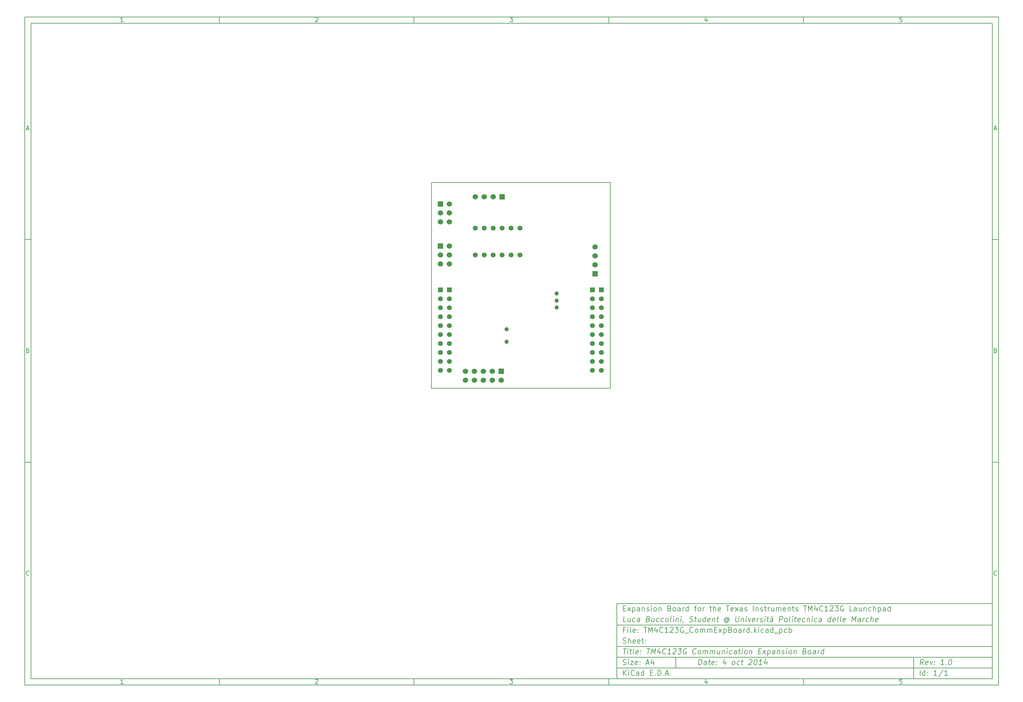
<source format=gbs>
G04 (created by PCBNEW (2013-07-07 BZR 4022)-stable) date 10/4/2014 18:50:34*
%MOIN*%
G04 Gerber Fmt 3.4, Leading zero omitted, Abs format*
%FSLAX34Y34*%
G01*
G70*
G90*
G04 APERTURE LIST*
%ADD10C,0.00590551*%
%ADD11C,0.00629921*%
%ADD12R,0.06X0.06*%
%ADD13C,0.06*%
%ADD14R,0.055X0.055*%
%ADD15C,0.055*%
%ADD16C,0.0472441*%
%ADD17C,0.0551181*%
G04 APERTURE END LIST*
G54D10*
X4000Y-4000D02*
X112930Y-4000D01*
X112930Y-78680D01*
X4000Y-78680D01*
X4000Y-4000D01*
X4700Y-4700D02*
X112230Y-4700D01*
X112230Y-77980D01*
X4700Y-77980D01*
X4700Y-4700D01*
X25780Y-4000D02*
X25780Y-4700D01*
X15032Y-4552D02*
X14747Y-4552D01*
X14890Y-4552D02*
X14890Y-4052D01*
X14842Y-4123D01*
X14794Y-4171D01*
X14747Y-4195D01*
X25780Y-78680D02*
X25780Y-77980D01*
X15032Y-78532D02*
X14747Y-78532D01*
X14890Y-78532D02*
X14890Y-78032D01*
X14842Y-78103D01*
X14794Y-78151D01*
X14747Y-78175D01*
X47560Y-4000D02*
X47560Y-4700D01*
X36527Y-4100D02*
X36550Y-4076D01*
X36598Y-4052D01*
X36717Y-4052D01*
X36765Y-4076D01*
X36789Y-4100D01*
X36812Y-4147D01*
X36812Y-4195D01*
X36789Y-4266D01*
X36503Y-4552D01*
X36812Y-4552D01*
X47560Y-78680D02*
X47560Y-77980D01*
X36527Y-78080D02*
X36550Y-78056D01*
X36598Y-78032D01*
X36717Y-78032D01*
X36765Y-78056D01*
X36789Y-78080D01*
X36812Y-78127D01*
X36812Y-78175D01*
X36789Y-78246D01*
X36503Y-78532D01*
X36812Y-78532D01*
X69340Y-4000D02*
X69340Y-4700D01*
X58283Y-4052D02*
X58592Y-4052D01*
X58426Y-4242D01*
X58497Y-4242D01*
X58545Y-4266D01*
X58569Y-4290D01*
X58592Y-4338D01*
X58592Y-4457D01*
X58569Y-4504D01*
X58545Y-4528D01*
X58497Y-4552D01*
X58354Y-4552D01*
X58307Y-4528D01*
X58283Y-4504D01*
X69340Y-78680D02*
X69340Y-77980D01*
X58283Y-78032D02*
X58592Y-78032D01*
X58426Y-78222D01*
X58497Y-78222D01*
X58545Y-78246D01*
X58569Y-78270D01*
X58592Y-78318D01*
X58592Y-78437D01*
X58569Y-78484D01*
X58545Y-78508D01*
X58497Y-78532D01*
X58354Y-78532D01*
X58307Y-78508D01*
X58283Y-78484D01*
X91120Y-4000D02*
X91120Y-4700D01*
X80325Y-4219D02*
X80325Y-4552D01*
X80206Y-4028D02*
X80087Y-4385D01*
X80396Y-4385D01*
X91120Y-78680D02*
X91120Y-77980D01*
X80325Y-78199D02*
X80325Y-78532D01*
X80206Y-78008D02*
X80087Y-78365D01*
X80396Y-78365D01*
X102129Y-4052D02*
X101890Y-4052D01*
X101867Y-4290D01*
X101890Y-4266D01*
X101938Y-4242D01*
X102057Y-4242D01*
X102105Y-4266D01*
X102129Y-4290D01*
X102152Y-4338D01*
X102152Y-4457D01*
X102129Y-4504D01*
X102105Y-4528D01*
X102057Y-4552D01*
X101938Y-4552D01*
X101890Y-4528D01*
X101867Y-4504D01*
X102129Y-78032D02*
X101890Y-78032D01*
X101867Y-78270D01*
X101890Y-78246D01*
X101938Y-78222D01*
X102057Y-78222D01*
X102105Y-78246D01*
X102129Y-78270D01*
X102152Y-78318D01*
X102152Y-78437D01*
X102129Y-78484D01*
X102105Y-78508D01*
X102057Y-78532D01*
X101938Y-78532D01*
X101890Y-78508D01*
X101867Y-78484D01*
X4000Y-28890D02*
X4700Y-28890D01*
X4230Y-16509D02*
X4469Y-16509D01*
X4183Y-16652D02*
X4350Y-16152D01*
X4516Y-16652D01*
X112930Y-28890D02*
X112230Y-28890D01*
X112460Y-16509D02*
X112699Y-16509D01*
X112413Y-16652D02*
X112580Y-16152D01*
X112746Y-16652D01*
X4000Y-53780D02*
X4700Y-53780D01*
X4385Y-41280D02*
X4457Y-41304D01*
X4480Y-41328D01*
X4504Y-41375D01*
X4504Y-41447D01*
X4480Y-41494D01*
X4457Y-41518D01*
X4409Y-41542D01*
X4219Y-41542D01*
X4219Y-41042D01*
X4385Y-41042D01*
X4433Y-41066D01*
X4457Y-41090D01*
X4480Y-41137D01*
X4480Y-41185D01*
X4457Y-41232D01*
X4433Y-41256D01*
X4385Y-41280D01*
X4219Y-41280D01*
X112930Y-53780D02*
X112230Y-53780D01*
X112615Y-41280D02*
X112687Y-41304D01*
X112710Y-41328D01*
X112734Y-41375D01*
X112734Y-41447D01*
X112710Y-41494D01*
X112687Y-41518D01*
X112639Y-41542D01*
X112449Y-41542D01*
X112449Y-41042D01*
X112615Y-41042D01*
X112663Y-41066D01*
X112687Y-41090D01*
X112710Y-41137D01*
X112710Y-41185D01*
X112687Y-41232D01*
X112663Y-41256D01*
X112615Y-41280D01*
X112449Y-41280D01*
X4504Y-66384D02*
X4480Y-66408D01*
X4409Y-66432D01*
X4361Y-66432D01*
X4290Y-66408D01*
X4242Y-66360D01*
X4219Y-66313D01*
X4195Y-66218D01*
X4195Y-66146D01*
X4219Y-66051D01*
X4242Y-66003D01*
X4290Y-65956D01*
X4361Y-65932D01*
X4409Y-65932D01*
X4480Y-65956D01*
X4504Y-65980D01*
X112734Y-66384D02*
X112710Y-66408D01*
X112639Y-66432D01*
X112591Y-66432D01*
X112520Y-66408D01*
X112472Y-66360D01*
X112449Y-66313D01*
X112425Y-66218D01*
X112425Y-66146D01*
X112449Y-66051D01*
X112472Y-66003D01*
X112520Y-65956D01*
X112591Y-65932D01*
X112639Y-65932D01*
X112710Y-65956D01*
X112734Y-65980D01*
X79380Y-76422D02*
X79455Y-75822D01*
X79597Y-75822D01*
X79680Y-75851D01*
X79730Y-75908D01*
X79751Y-75965D01*
X79765Y-76080D01*
X79755Y-76165D01*
X79712Y-76280D01*
X79676Y-76337D01*
X79612Y-76394D01*
X79522Y-76422D01*
X79380Y-76422D01*
X80237Y-76422D02*
X80276Y-76108D01*
X80255Y-76051D01*
X80201Y-76022D01*
X80087Y-76022D01*
X80026Y-76051D01*
X80240Y-76394D02*
X80180Y-76422D01*
X80037Y-76422D01*
X79983Y-76394D01*
X79962Y-76337D01*
X79969Y-76280D01*
X80005Y-76222D01*
X80065Y-76194D01*
X80208Y-76194D01*
X80269Y-76165D01*
X80487Y-76022D02*
X80715Y-76022D01*
X80597Y-75822D02*
X80533Y-76337D01*
X80555Y-76394D01*
X80608Y-76422D01*
X80665Y-76422D01*
X81097Y-76394D02*
X81037Y-76422D01*
X80922Y-76422D01*
X80869Y-76394D01*
X80847Y-76337D01*
X80876Y-76108D01*
X80912Y-76051D01*
X80972Y-76022D01*
X81087Y-76022D01*
X81140Y-76051D01*
X81162Y-76108D01*
X81155Y-76165D01*
X80862Y-76222D01*
X81387Y-76365D02*
X81412Y-76394D01*
X81380Y-76422D01*
X81355Y-76394D01*
X81387Y-76365D01*
X81380Y-76422D01*
X81426Y-76051D02*
X81451Y-76080D01*
X81419Y-76108D01*
X81394Y-76080D01*
X81426Y-76051D01*
X81419Y-76108D01*
X82430Y-76022D02*
X82380Y-76422D01*
X82315Y-75794D02*
X82119Y-76222D01*
X82490Y-76222D01*
X83237Y-76422D02*
X83183Y-76394D01*
X83158Y-76365D01*
X83137Y-76308D01*
X83158Y-76137D01*
X83194Y-76080D01*
X83226Y-76051D01*
X83287Y-76022D01*
X83372Y-76022D01*
X83426Y-76051D01*
X83451Y-76080D01*
X83472Y-76137D01*
X83451Y-76308D01*
X83415Y-76365D01*
X83383Y-76394D01*
X83322Y-76422D01*
X83237Y-76422D01*
X83955Y-76394D02*
X83894Y-76422D01*
X83780Y-76422D01*
X83726Y-76394D01*
X83701Y-76365D01*
X83680Y-76308D01*
X83701Y-76137D01*
X83737Y-76080D01*
X83769Y-76051D01*
X83830Y-76022D01*
X83944Y-76022D01*
X83997Y-76051D01*
X84172Y-76022D02*
X84401Y-76022D01*
X84283Y-75822D02*
X84219Y-76337D01*
X84240Y-76394D01*
X84294Y-76422D01*
X84351Y-76422D01*
X85047Y-75880D02*
X85080Y-75851D01*
X85140Y-75822D01*
X85283Y-75822D01*
X85337Y-75851D01*
X85362Y-75880D01*
X85383Y-75937D01*
X85376Y-75994D01*
X85337Y-76080D01*
X84951Y-76422D01*
X85322Y-76422D01*
X85769Y-75822D02*
X85826Y-75822D01*
X85880Y-75851D01*
X85905Y-75880D01*
X85926Y-75937D01*
X85940Y-76051D01*
X85922Y-76194D01*
X85880Y-76308D01*
X85844Y-76365D01*
X85812Y-76394D01*
X85751Y-76422D01*
X85694Y-76422D01*
X85640Y-76394D01*
X85615Y-76365D01*
X85594Y-76308D01*
X85580Y-76194D01*
X85597Y-76051D01*
X85640Y-75937D01*
X85676Y-75880D01*
X85708Y-75851D01*
X85769Y-75822D01*
X86465Y-76422D02*
X86122Y-76422D01*
X86294Y-76422D02*
X86369Y-75822D01*
X86301Y-75908D01*
X86237Y-75965D01*
X86176Y-75994D01*
X87030Y-76022D02*
X86980Y-76422D01*
X86915Y-75794D02*
X86719Y-76222D01*
X87090Y-76222D01*
X70972Y-77622D02*
X70972Y-77022D01*
X71315Y-77622D02*
X71058Y-77280D01*
X71315Y-77022D02*
X70972Y-77365D01*
X71572Y-77622D02*
X71572Y-77222D01*
X71572Y-77022D02*
X71544Y-77051D01*
X71572Y-77080D01*
X71601Y-77051D01*
X71572Y-77022D01*
X71572Y-77080D01*
X72201Y-77565D02*
X72172Y-77594D01*
X72087Y-77622D01*
X72030Y-77622D01*
X71944Y-77594D01*
X71887Y-77537D01*
X71858Y-77480D01*
X71830Y-77365D01*
X71830Y-77280D01*
X71858Y-77165D01*
X71887Y-77108D01*
X71944Y-77051D01*
X72030Y-77022D01*
X72087Y-77022D01*
X72172Y-77051D01*
X72201Y-77080D01*
X72715Y-77622D02*
X72715Y-77308D01*
X72687Y-77251D01*
X72630Y-77222D01*
X72515Y-77222D01*
X72458Y-77251D01*
X72715Y-77594D02*
X72658Y-77622D01*
X72515Y-77622D01*
X72458Y-77594D01*
X72430Y-77537D01*
X72430Y-77480D01*
X72458Y-77422D01*
X72515Y-77394D01*
X72658Y-77394D01*
X72715Y-77365D01*
X73258Y-77622D02*
X73258Y-77022D01*
X73258Y-77594D02*
X73201Y-77622D01*
X73087Y-77622D01*
X73030Y-77594D01*
X73001Y-77565D01*
X72972Y-77508D01*
X72972Y-77337D01*
X73001Y-77280D01*
X73030Y-77251D01*
X73087Y-77222D01*
X73201Y-77222D01*
X73258Y-77251D01*
X74001Y-77308D02*
X74201Y-77308D01*
X74287Y-77622D02*
X74001Y-77622D01*
X74001Y-77022D01*
X74287Y-77022D01*
X74544Y-77565D02*
X74572Y-77594D01*
X74544Y-77622D01*
X74515Y-77594D01*
X74544Y-77565D01*
X74544Y-77622D01*
X74829Y-77622D02*
X74829Y-77022D01*
X74972Y-77022D01*
X75058Y-77051D01*
X75115Y-77108D01*
X75144Y-77165D01*
X75172Y-77280D01*
X75172Y-77365D01*
X75144Y-77480D01*
X75115Y-77537D01*
X75058Y-77594D01*
X74972Y-77622D01*
X74829Y-77622D01*
X75429Y-77565D02*
X75458Y-77594D01*
X75429Y-77622D01*
X75401Y-77594D01*
X75429Y-77565D01*
X75429Y-77622D01*
X75687Y-77451D02*
X75972Y-77451D01*
X75629Y-77622D02*
X75829Y-77022D01*
X76029Y-77622D01*
X76229Y-77565D02*
X76258Y-77594D01*
X76229Y-77622D01*
X76201Y-77594D01*
X76229Y-77565D01*
X76229Y-77622D01*
X104522Y-76422D02*
X104358Y-76137D01*
X104180Y-76422D02*
X104255Y-75822D01*
X104483Y-75822D01*
X104537Y-75851D01*
X104562Y-75880D01*
X104583Y-75937D01*
X104572Y-76022D01*
X104537Y-76080D01*
X104505Y-76108D01*
X104444Y-76137D01*
X104215Y-76137D01*
X105012Y-76394D02*
X104951Y-76422D01*
X104837Y-76422D01*
X104783Y-76394D01*
X104762Y-76337D01*
X104790Y-76108D01*
X104826Y-76051D01*
X104887Y-76022D01*
X105001Y-76022D01*
X105055Y-76051D01*
X105076Y-76108D01*
X105069Y-76165D01*
X104776Y-76222D01*
X105287Y-76022D02*
X105380Y-76422D01*
X105572Y-76022D01*
X105758Y-76365D02*
X105783Y-76394D01*
X105751Y-76422D01*
X105726Y-76394D01*
X105758Y-76365D01*
X105751Y-76422D01*
X105797Y-76051D02*
X105822Y-76080D01*
X105790Y-76108D01*
X105765Y-76080D01*
X105797Y-76051D01*
X105790Y-76108D01*
X106808Y-76422D02*
X106465Y-76422D01*
X106637Y-76422D02*
X106712Y-75822D01*
X106644Y-75908D01*
X106580Y-75965D01*
X106519Y-75994D01*
X107072Y-76365D02*
X107097Y-76394D01*
X107065Y-76422D01*
X107040Y-76394D01*
X107072Y-76365D01*
X107065Y-76422D01*
X107540Y-75822D02*
X107597Y-75822D01*
X107651Y-75851D01*
X107676Y-75880D01*
X107697Y-75937D01*
X107712Y-76051D01*
X107694Y-76194D01*
X107651Y-76308D01*
X107615Y-76365D01*
X107583Y-76394D01*
X107522Y-76422D01*
X107465Y-76422D01*
X107412Y-76394D01*
X107387Y-76365D01*
X107365Y-76308D01*
X107351Y-76194D01*
X107369Y-76051D01*
X107412Y-75937D01*
X107447Y-75880D01*
X107480Y-75851D01*
X107540Y-75822D01*
X70944Y-76394D02*
X71030Y-76422D01*
X71172Y-76422D01*
X71230Y-76394D01*
X71258Y-76365D01*
X71287Y-76308D01*
X71287Y-76251D01*
X71258Y-76194D01*
X71230Y-76165D01*
X71172Y-76137D01*
X71058Y-76108D01*
X71001Y-76080D01*
X70972Y-76051D01*
X70944Y-75994D01*
X70944Y-75937D01*
X70972Y-75880D01*
X71001Y-75851D01*
X71058Y-75822D01*
X71201Y-75822D01*
X71287Y-75851D01*
X71544Y-76422D02*
X71544Y-76022D01*
X71544Y-75822D02*
X71515Y-75851D01*
X71544Y-75880D01*
X71572Y-75851D01*
X71544Y-75822D01*
X71544Y-75880D01*
X71772Y-76022D02*
X72087Y-76022D01*
X71772Y-76422D01*
X72087Y-76422D01*
X72544Y-76394D02*
X72487Y-76422D01*
X72372Y-76422D01*
X72315Y-76394D01*
X72287Y-76337D01*
X72287Y-76108D01*
X72315Y-76051D01*
X72372Y-76022D01*
X72487Y-76022D01*
X72544Y-76051D01*
X72572Y-76108D01*
X72572Y-76165D01*
X72287Y-76222D01*
X72830Y-76365D02*
X72858Y-76394D01*
X72830Y-76422D01*
X72801Y-76394D01*
X72830Y-76365D01*
X72830Y-76422D01*
X72830Y-76051D02*
X72858Y-76080D01*
X72830Y-76108D01*
X72801Y-76080D01*
X72830Y-76051D01*
X72830Y-76108D01*
X73544Y-76251D02*
X73830Y-76251D01*
X73487Y-76422D02*
X73687Y-75822D01*
X73887Y-76422D01*
X74344Y-76022D02*
X74344Y-76422D01*
X74201Y-75794D02*
X74058Y-76222D01*
X74430Y-76222D01*
X104172Y-77622D02*
X104172Y-77022D01*
X104715Y-77622D02*
X104715Y-77022D01*
X104715Y-77594D02*
X104658Y-77622D01*
X104544Y-77622D01*
X104487Y-77594D01*
X104458Y-77565D01*
X104430Y-77508D01*
X104430Y-77337D01*
X104458Y-77280D01*
X104487Y-77251D01*
X104544Y-77222D01*
X104658Y-77222D01*
X104715Y-77251D01*
X105001Y-77565D02*
X105030Y-77594D01*
X105001Y-77622D01*
X104972Y-77594D01*
X105001Y-77565D01*
X105001Y-77622D01*
X105001Y-77251D02*
X105030Y-77280D01*
X105001Y-77308D01*
X104972Y-77280D01*
X105001Y-77251D01*
X105001Y-77308D01*
X106058Y-77622D02*
X105715Y-77622D01*
X105887Y-77622D02*
X105887Y-77022D01*
X105829Y-77108D01*
X105772Y-77165D01*
X105715Y-77194D01*
X106744Y-76994D02*
X106230Y-77765D01*
X107258Y-77622D02*
X106915Y-77622D01*
X107087Y-77622D02*
X107087Y-77022D01*
X107029Y-77108D01*
X106972Y-77165D01*
X106915Y-77194D01*
X70969Y-74622D02*
X71312Y-74622D01*
X71065Y-75222D02*
X71140Y-74622D01*
X71437Y-75222D02*
X71487Y-74822D01*
X71512Y-74622D02*
X71480Y-74651D01*
X71505Y-74680D01*
X71537Y-74651D01*
X71512Y-74622D01*
X71505Y-74680D01*
X71687Y-74822D02*
X71915Y-74822D01*
X71797Y-74622D02*
X71733Y-75137D01*
X71755Y-75194D01*
X71808Y-75222D01*
X71865Y-75222D01*
X72151Y-75222D02*
X72097Y-75194D01*
X72076Y-75137D01*
X72140Y-74622D01*
X72612Y-75194D02*
X72551Y-75222D01*
X72437Y-75222D01*
X72383Y-75194D01*
X72362Y-75137D01*
X72390Y-74908D01*
X72426Y-74851D01*
X72487Y-74822D01*
X72601Y-74822D01*
X72655Y-74851D01*
X72676Y-74908D01*
X72669Y-74965D01*
X72376Y-75022D01*
X72901Y-75165D02*
X72926Y-75194D01*
X72894Y-75222D01*
X72869Y-75194D01*
X72901Y-75165D01*
X72894Y-75222D01*
X72940Y-74851D02*
X72965Y-74880D01*
X72933Y-74908D01*
X72908Y-74880D01*
X72940Y-74851D01*
X72933Y-74908D01*
X73626Y-74622D02*
X73969Y-74622D01*
X73722Y-75222D02*
X73797Y-74622D01*
X74094Y-75222D02*
X74169Y-74622D01*
X74315Y-75051D01*
X74569Y-74622D01*
X74494Y-75222D01*
X75087Y-74822D02*
X75037Y-75222D01*
X74972Y-74594D02*
X74776Y-75022D01*
X75147Y-75022D01*
X75701Y-75165D02*
X75669Y-75194D01*
X75580Y-75222D01*
X75522Y-75222D01*
X75440Y-75194D01*
X75390Y-75137D01*
X75369Y-75080D01*
X75355Y-74965D01*
X75365Y-74880D01*
X75408Y-74765D01*
X75444Y-74708D01*
X75508Y-74651D01*
X75597Y-74622D01*
X75655Y-74622D01*
X75737Y-74651D01*
X75762Y-74680D01*
X76265Y-75222D02*
X75922Y-75222D01*
X76094Y-75222D02*
X76169Y-74622D01*
X76101Y-74708D01*
X76037Y-74765D01*
X75976Y-74794D01*
X76562Y-74680D02*
X76594Y-74651D01*
X76655Y-74622D01*
X76797Y-74622D01*
X76851Y-74651D01*
X76876Y-74680D01*
X76897Y-74737D01*
X76890Y-74794D01*
X76851Y-74880D01*
X76465Y-75222D01*
X76837Y-75222D01*
X77112Y-74622D02*
X77483Y-74622D01*
X77255Y-74851D01*
X77340Y-74851D01*
X77394Y-74880D01*
X77419Y-74908D01*
X77440Y-74965D01*
X77422Y-75108D01*
X77387Y-75165D01*
X77355Y-75194D01*
X77294Y-75222D01*
X77122Y-75222D01*
X77069Y-75194D01*
X77044Y-75165D01*
X78051Y-74651D02*
X77997Y-74622D01*
X77912Y-74622D01*
X77822Y-74651D01*
X77758Y-74708D01*
X77722Y-74765D01*
X77680Y-74880D01*
X77669Y-74965D01*
X77683Y-75080D01*
X77705Y-75137D01*
X77755Y-75194D01*
X77837Y-75222D01*
X77894Y-75222D01*
X77983Y-75194D01*
X78015Y-75165D01*
X78040Y-74965D01*
X77926Y-74965D01*
X79072Y-75165D02*
X79040Y-75194D01*
X78951Y-75222D01*
X78894Y-75222D01*
X78812Y-75194D01*
X78762Y-75137D01*
X78740Y-75080D01*
X78726Y-74965D01*
X78737Y-74880D01*
X78780Y-74765D01*
X78815Y-74708D01*
X78880Y-74651D01*
X78969Y-74622D01*
X79026Y-74622D01*
X79108Y-74651D01*
X79133Y-74680D01*
X79408Y-75222D02*
X79355Y-75194D01*
X79330Y-75165D01*
X79308Y-75108D01*
X79330Y-74937D01*
X79365Y-74880D01*
X79397Y-74851D01*
X79458Y-74822D01*
X79544Y-74822D01*
X79597Y-74851D01*
X79622Y-74880D01*
X79644Y-74937D01*
X79622Y-75108D01*
X79587Y-75165D01*
X79555Y-75194D01*
X79494Y-75222D01*
X79408Y-75222D01*
X79865Y-75222D02*
X79915Y-74822D01*
X79908Y-74880D02*
X79940Y-74851D01*
X80001Y-74822D01*
X80087Y-74822D01*
X80140Y-74851D01*
X80162Y-74908D01*
X80122Y-75222D01*
X80162Y-74908D02*
X80197Y-74851D01*
X80258Y-74822D01*
X80344Y-74822D01*
X80397Y-74851D01*
X80419Y-74908D01*
X80380Y-75222D01*
X80665Y-75222D02*
X80715Y-74822D01*
X80708Y-74880D02*
X80740Y-74851D01*
X80801Y-74822D01*
X80887Y-74822D01*
X80940Y-74851D01*
X80962Y-74908D01*
X80922Y-75222D01*
X80962Y-74908D02*
X80997Y-74851D01*
X81058Y-74822D01*
X81144Y-74822D01*
X81197Y-74851D01*
X81219Y-74908D01*
X81180Y-75222D01*
X81772Y-74822D02*
X81722Y-75222D01*
X81515Y-74822D02*
X81476Y-75137D01*
X81497Y-75194D01*
X81551Y-75222D01*
X81637Y-75222D01*
X81697Y-75194D01*
X81730Y-75165D01*
X82058Y-74822D02*
X82008Y-75222D01*
X82051Y-74880D02*
X82083Y-74851D01*
X82144Y-74822D01*
X82230Y-74822D01*
X82283Y-74851D01*
X82305Y-74908D01*
X82265Y-75222D01*
X82551Y-75222D02*
X82601Y-74822D01*
X82626Y-74622D02*
X82594Y-74651D01*
X82619Y-74680D01*
X82651Y-74651D01*
X82626Y-74622D01*
X82619Y-74680D01*
X83097Y-75194D02*
X83037Y-75222D01*
X82922Y-75222D01*
X82869Y-75194D01*
X82844Y-75165D01*
X82822Y-75108D01*
X82844Y-74937D01*
X82880Y-74880D01*
X82912Y-74851D01*
X82972Y-74822D01*
X83087Y-74822D01*
X83140Y-74851D01*
X83608Y-75222D02*
X83647Y-74908D01*
X83626Y-74851D01*
X83572Y-74822D01*
X83458Y-74822D01*
X83397Y-74851D01*
X83612Y-75194D02*
X83551Y-75222D01*
X83408Y-75222D01*
X83355Y-75194D01*
X83333Y-75137D01*
X83340Y-75080D01*
X83376Y-75022D01*
X83437Y-74994D01*
X83580Y-74994D01*
X83640Y-74965D01*
X83858Y-74822D02*
X84087Y-74822D01*
X83969Y-74622D02*
X83905Y-75137D01*
X83926Y-75194D01*
X83980Y-75222D01*
X84037Y-75222D01*
X84237Y-75222D02*
X84287Y-74822D01*
X84312Y-74622D02*
X84280Y-74651D01*
X84305Y-74680D01*
X84337Y-74651D01*
X84312Y-74622D01*
X84305Y-74680D01*
X84608Y-75222D02*
X84555Y-75194D01*
X84530Y-75165D01*
X84508Y-75108D01*
X84530Y-74937D01*
X84565Y-74880D01*
X84597Y-74851D01*
X84658Y-74822D01*
X84744Y-74822D01*
X84797Y-74851D01*
X84822Y-74880D01*
X84844Y-74937D01*
X84822Y-75108D01*
X84787Y-75165D01*
X84755Y-75194D01*
X84694Y-75222D01*
X84608Y-75222D01*
X85115Y-74822D02*
X85065Y-75222D01*
X85108Y-74880D02*
X85140Y-74851D01*
X85201Y-74822D01*
X85287Y-74822D01*
X85340Y-74851D01*
X85362Y-74908D01*
X85322Y-75222D01*
X86105Y-74908D02*
X86305Y-74908D01*
X86351Y-75222D02*
X86065Y-75222D01*
X86140Y-74622D01*
X86426Y-74622D01*
X86551Y-75222D02*
X86915Y-74822D01*
X86601Y-74822D02*
X86865Y-75222D01*
X87144Y-74822D02*
X87069Y-75422D01*
X87140Y-74851D02*
X87201Y-74822D01*
X87315Y-74822D01*
X87369Y-74851D01*
X87394Y-74880D01*
X87415Y-74937D01*
X87394Y-75108D01*
X87358Y-75165D01*
X87326Y-75194D01*
X87265Y-75222D01*
X87151Y-75222D01*
X87097Y-75194D01*
X87894Y-75222D02*
X87933Y-74908D01*
X87912Y-74851D01*
X87858Y-74822D01*
X87744Y-74822D01*
X87683Y-74851D01*
X87897Y-75194D02*
X87837Y-75222D01*
X87694Y-75222D01*
X87640Y-75194D01*
X87619Y-75137D01*
X87626Y-75080D01*
X87662Y-75022D01*
X87722Y-74994D01*
X87865Y-74994D01*
X87926Y-74965D01*
X88230Y-74822D02*
X88180Y-75222D01*
X88222Y-74880D02*
X88255Y-74851D01*
X88315Y-74822D01*
X88401Y-74822D01*
X88455Y-74851D01*
X88476Y-74908D01*
X88437Y-75222D01*
X88697Y-75194D02*
X88751Y-75222D01*
X88865Y-75222D01*
X88926Y-75194D01*
X88962Y-75137D01*
X88965Y-75108D01*
X88944Y-75051D01*
X88890Y-75022D01*
X88805Y-75022D01*
X88751Y-74994D01*
X88730Y-74937D01*
X88733Y-74908D01*
X88769Y-74851D01*
X88830Y-74822D01*
X88915Y-74822D01*
X88969Y-74851D01*
X89208Y-75222D02*
X89258Y-74822D01*
X89283Y-74622D02*
X89251Y-74651D01*
X89276Y-74680D01*
X89308Y-74651D01*
X89283Y-74622D01*
X89276Y-74680D01*
X89579Y-75222D02*
X89526Y-75194D01*
X89501Y-75165D01*
X89480Y-75108D01*
X89501Y-74937D01*
X89537Y-74880D01*
X89569Y-74851D01*
X89629Y-74822D01*
X89715Y-74822D01*
X89769Y-74851D01*
X89794Y-74880D01*
X89815Y-74937D01*
X89794Y-75108D01*
X89758Y-75165D01*
X89726Y-75194D01*
X89665Y-75222D01*
X89579Y-75222D01*
X90087Y-74822D02*
X90037Y-75222D01*
X90079Y-74880D02*
X90112Y-74851D01*
X90172Y-74822D01*
X90258Y-74822D01*
X90312Y-74851D01*
X90333Y-74908D01*
X90294Y-75222D01*
X91276Y-74908D02*
X91358Y-74937D01*
X91383Y-74965D01*
X91404Y-75022D01*
X91394Y-75108D01*
X91358Y-75165D01*
X91326Y-75194D01*
X91265Y-75222D01*
X91037Y-75222D01*
X91112Y-74622D01*
X91312Y-74622D01*
X91365Y-74651D01*
X91390Y-74680D01*
X91412Y-74737D01*
X91404Y-74794D01*
X91369Y-74851D01*
X91337Y-74880D01*
X91276Y-74908D01*
X91076Y-74908D01*
X91722Y-75222D02*
X91669Y-75194D01*
X91644Y-75165D01*
X91622Y-75108D01*
X91644Y-74937D01*
X91679Y-74880D01*
X91712Y-74851D01*
X91772Y-74822D01*
X91858Y-74822D01*
X91912Y-74851D01*
X91937Y-74880D01*
X91958Y-74937D01*
X91937Y-75108D01*
X91901Y-75165D01*
X91869Y-75194D01*
X91808Y-75222D01*
X91722Y-75222D01*
X92437Y-75222D02*
X92476Y-74908D01*
X92454Y-74851D01*
X92401Y-74822D01*
X92287Y-74822D01*
X92226Y-74851D01*
X92440Y-75194D02*
X92379Y-75222D01*
X92237Y-75222D01*
X92183Y-75194D01*
X92162Y-75137D01*
X92169Y-75080D01*
X92204Y-75022D01*
X92265Y-74994D01*
X92408Y-74994D01*
X92469Y-74965D01*
X92722Y-75222D02*
X92772Y-74822D01*
X92758Y-74937D02*
X92794Y-74880D01*
X92826Y-74851D01*
X92887Y-74822D01*
X92944Y-74822D01*
X93351Y-75222D02*
X93426Y-74622D01*
X93354Y-75194D02*
X93294Y-75222D01*
X93179Y-75222D01*
X93126Y-75194D01*
X93101Y-75165D01*
X93080Y-75108D01*
X93101Y-74937D01*
X93137Y-74880D01*
X93169Y-74851D01*
X93229Y-74822D01*
X93344Y-74822D01*
X93397Y-74851D01*
X71172Y-72508D02*
X70972Y-72508D01*
X70972Y-72822D02*
X70972Y-72222D01*
X71258Y-72222D01*
X71487Y-72822D02*
X71487Y-72422D01*
X71487Y-72222D02*
X71458Y-72251D01*
X71487Y-72280D01*
X71515Y-72251D01*
X71487Y-72222D01*
X71487Y-72280D01*
X71858Y-72822D02*
X71801Y-72794D01*
X71772Y-72737D01*
X71772Y-72222D01*
X72315Y-72794D02*
X72258Y-72822D01*
X72144Y-72822D01*
X72087Y-72794D01*
X72058Y-72737D01*
X72058Y-72508D01*
X72087Y-72451D01*
X72144Y-72422D01*
X72258Y-72422D01*
X72315Y-72451D01*
X72344Y-72508D01*
X72344Y-72565D01*
X72058Y-72622D01*
X72601Y-72765D02*
X72630Y-72794D01*
X72601Y-72822D01*
X72572Y-72794D01*
X72601Y-72765D01*
X72601Y-72822D01*
X72601Y-72451D02*
X72630Y-72480D01*
X72601Y-72508D01*
X72572Y-72480D01*
X72601Y-72451D01*
X72601Y-72508D01*
X73258Y-72222D02*
X73601Y-72222D01*
X73430Y-72822D02*
X73430Y-72222D01*
X73801Y-72822D02*
X73801Y-72222D01*
X74001Y-72651D01*
X74201Y-72222D01*
X74201Y-72822D01*
X74744Y-72422D02*
X74744Y-72822D01*
X74601Y-72194D02*
X74458Y-72622D01*
X74830Y-72622D01*
X75401Y-72765D02*
X75372Y-72794D01*
X75287Y-72822D01*
X75230Y-72822D01*
X75144Y-72794D01*
X75087Y-72737D01*
X75058Y-72680D01*
X75030Y-72565D01*
X75030Y-72480D01*
X75058Y-72365D01*
X75087Y-72308D01*
X75144Y-72251D01*
X75230Y-72222D01*
X75287Y-72222D01*
X75372Y-72251D01*
X75401Y-72280D01*
X75972Y-72822D02*
X75630Y-72822D01*
X75801Y-72822D02*
X75801Y-72222D01*
X75744Y-72308D01*
X75687Y-72365D01*
X75630Y-72394D01*
X76201Y-72280D02*
X76230Y-72251D01*
X76287Y-72222D01*
X76430Y-72222D01*
X76487Y-72251D01*
X76515Y-72280D01*
X76544Y-72337D01*
X76544Y-72394D01*
X76515Y-72480D01*
X76172Y-72822D01*
X76544Y-72822D01*
X76744Y-72222D02*
X77115Y-72222D01*
X76915Y-72451D01*
X77001Y-72451D01*
X77058Y-72480D01*
X77087Y-72508D01*
X77115Y-72565D01*
X77115Y-72708D01*
X77087Y-72765D01*
X77058Y-72794D01*
X77001Y-72822D01*
X76830Y-72822D01*
X76772Y-72794D01*
X76744Y-72765D01*
X77687Y-72251D02*
X77630Y-72222D01*
X77544Y-72222D01*
X77458Y-72251D01*
X77401Y-72308D01*
X77372Y-72365D01*
X77344Y-72480D01*
X77344Y-72565D01*
X77372Y-72680D01*
X77401Y-72737D01*
X77458Y-72794D01*
X77544Y-72822D01*
X77601Y-72822D01*
X77687Y-72794D01*
X77715Y-72765D01*
X77715Y-72565D01*
X77601Y-72565D01*
X77830Y-72880D02*
X78287Y-72880D01*
X78772Y-72765D02*
X78744Y-72794D01*
X78658Y-72822D01*
X78601Y-72822D01*
X78515Y-72794D01*
X78458Y-72737D01*
X78430Y-72680D01*
X78401Y-72565D01*
X78401Y-72480D01*
X78430Y-72365D01*
X78458Y-72308D01*
X78515Y-72251D01*
X78601Y-72222D01*
X78658Y-72222D01*
X78744Y-72251D01*
X78772Y-72280D01*
X79115Y-72822D02*
X79058Y-72794D01*
X79030Y-72765D01*
X79001Y-72708D01*
X79001Y-72537D01*
X79030Y-72480D01*
X79058Y-72451D01*
X79115Y-72422D01*
X79201Y-72422D01*
X79258Y-72451D01*
X79287Y-72480D01*
X79315Y-72537D01*
X79315Y-72708D01*
X79287Y-72765D01*
X79258Y-72794D01*
X79201Y-72822D01*
X79115Y-72822D01*
X79572Y-72822D02*
X79572Y-72422D01*
X79572Y-72480D02*
X79601Y-72451D01*
X79658Y-72422D01*
X79744Y-72422D01*
X79801Y-72451D01*
X79830Y-72508D01*
X79830Y-72822D01*
X79830Y-72508D02*
X79858Y-72451D01*
X79915Y-72422D01*
X80001Y-72422D01*
X80058Y-72451D01*
X80087Y-72508D01*
X80087Y-72822D01*
X80372Y-72822D02*
X80372Y-72422D01*
X80372Y-72480D02*
X80401Y-72451D01*
X80458Y-72422D01*
X80544Y-72422D01*
X80601Y-72451D01*
X80630Y-72508D01*
X80630Y-72822D01*
X80630Y-72508D02*
X80658Y-72451D01*
X80715Y-72422D01*
X80801Y-72422D01*
X80858Y-72451D01*
X80887Y-72508D01*
X80887Y-72822D01*
X81172Y-72508D02*
X81372Y-72508D01*
X81458Y-72822D02*
X81172Y-72822D01*
X81172Y-72222D01*
X81458Y-72222D01*
X81658Y-72822D02*
X81972Y-72422D01*
X81658Y-72422D02*
X81972Y-72822D01*
X82201Y-72422D02*
X82201Y-73022D01*
X82201Y-72451D02*
X82258Y-72422D01*
X82372Y-72422D01*
X82430Y-72451D01*
X82458Y-72480D01*
X82487Y-72537D01*
X82487Y-72708D01*
X82458Y-72765D01*
X82430Y-72794D01*
X82372Y-72822D01*
X82258Y-72822D01*
X82201Y-72794D01*
X82944Y-72508D02*
X83030Y-72537D01*
X83058Y-72565D01*
X83087Y-72622D01*
X83087Y-72708D01*
X83058Y-72765D01*
X83030Y-72794D01*
X82972Y-72822D01*
X82744Y-72822D01*
X82744Y-72222D01*
X82944Y-72222D01*
X83001Y-72251D01*
X83030Y-72280D01*
X83058Y-72337D01*
X83058Y-72394D01*
X83030Y-72451D01*
X83001Y-72480D01*
X82944Y-72508D01*
X82744Y-72508D01*
X83430Y-72822D02*
X83372Y-72794D01*
X83344Y-72765D01*
X83315Y-72708D01*
X83315Y-72537D01*
X83344Y-72480D01*
X83372Y-72451D01*
X83430Y-72422D01*
X83515Y-72422D01*
X83572Y-72451D01*
X83601Y-72480D01*
X83630Y-72537D01*
X83630Y-72708D01*
X83601Y-72765D01*
X83572Y-72794D01*
X83515Y-72822D01*
X83430Y-72822D01*
X84144Y-72822D02*
X84144Y-72508D01*
X84115Y-72451D01*
X84058Y-72422D01*
X83944Y-72422D01*
X83887Y-72451D01*
X84144Y-72794D02*
X84087Y-72822D01*
X83944Y-72822D01*
X83887Y-72794D01*
X83858Y-72737D01*
X83858Y-72680D01*
X83887Y-72622D01*
X83944Y-72594D01*
X84087Y-72594D01*
X84144Y-72565D01*
X84430Y-72822D02*
X84430Y-72422D01*
X84430Y-72537D02*
X84458Y-72480D01*
X84487Y-72451D01*
X84544Y-72422D01*
X84601Y-72422D01*
X85058Y-72822D02*
X85058Y-72222D01*
X85058Y-72794D02*
X85001Y-72822D01*
X84887Y-72822D01*
X84830Y-72794D01*
X84801Y-72765D01*
X84772Y-72708D01*
X84772Y-72537D01*
X84801Y-72480D01*
X84830Y-72451D01*
X84887Y-72422D01*
X85001Y-72422D01*
X85058Y-72451D01*
X85344Y-72765D02*
X85372Y-72794D01*
X85344Y-72822D01*
X85315Y-72794D01*
X85344Y-72765D01*
X85344Y-72822D01*
X85630Y-72822D02*
X85630Y-72222D01*
X85687Y-72594D02*
X85858Y-72822D01*
X85858Y-72422D02*
X85630Y-72651D01*
X86115Y-72822D02*
X86115Y-72422D01*
X86115Y-72222D02*
X86087Y-72251D01*
X86115Y-72280D01*
X86144Y-72251D01*
X86115Y-72222D01*
X86115Y-72280D01*
X86658Y-72794D02*
X86601Y-72822D01*
X86487Y-72822D01*
X86430Y-72794D01*
X86401Y-72765D01*
X86372Y-72708D01*
X86372Y-72537D01*
X86401Y-72480D01*
X86430Y-72451D01*
X86487Y-72422D01*
X86601Y-72422D01*
X86658Y-72451D01*
X87172Y-72822D02*
X87172Y-72508D01*
X87144Y-72451D01*
X87087Y-72422D01*
X86972Y-72422D01*
X86915Y-72451D01*
X87172Y-72794D02*
X87115Y-72822D01*
X86972Y-72822D01*
X86915Y-72794D01*
X86887Y-72737D01*
X86887Y-72680D01*
X86915Y-72622D01*
X86972Y-72594D01*
X87115Y-72594D01*
X87172Y-72565D01*
X87715Y-72822D02*
X87715Y-72222D01*
X87715Y-72794D02*
X87658Y-72822D01*
X87544Y-72822D01*
X87487Y-72794D01*
X87458Y-72765D01*
X87430Y-72708D01*
X87430Y-72537D01*
X87458Y-72480D01*
X87487Y-72451D01*
X87544Y-72422D01*
X87658Y-72422D01*
X87715Y-72451D01*
X87858Y-72880D02*
X88315Y-72880D01*
X88458Y-72422D02*
X88458Y-73022D01*
X88458Y-72451D02*
X88515Y-72422D01*
X88630Y-72422D01*
X88687Y-72451D01*
X88715Y-72480D01*
X88744Y-72537D01*
X88744Y-72708D01*
X88715Y-72765D01*
X88687Y-72794D01*
X88630Y-72822D01*
X88515Y-72822D01*
X88458Y-72794D01*
X89258Y-72794D02*
X89201Y-72822D01*
X89087Y-72822D01*
X89030Y-72794D01*
X89001Y-72765D01*
X88972Y-72708D01*
X88972Y-72537D01*
X89001Y-72480D01*
X89030Y-72451D01*
X89087Y-72422D01*
X89201Y-72422D01*
X89258Y-72451D01*
X89515Y-72822D02*
X89515Y-72222D01*
X89515Y-72451D02*
X89572Y-72422D01*
X89687Y-72422D01*
X89744Y-72451D01*
X89772Y-72480D01*
X89801Y-72537D01*
X89801Y-72708D01*
X89772Y-72765D01*
X89744Y-72794D01*
X89687Y-72822D01*
X89572Y-72822D01*
X89515Y-72794D01*
X70944Y-73994D02*
X71030Y-74022D01*
X71172Y-74022D01*
X71230Y-73994D01*
X71258Y-73965D01*
X71287Y-73908D01*
X71287Y-73851D01*
X71258Y-73794D01*
X71230Y-73765D01*
X71172Y-73737D01*
X71058Y-73708D01*
X71001Y-73680D01*
X70972Y-73651D01*
X70944Y-73594D01*
X70944Y-73537D01*
X70972Y-73480D01*
X71001Y-73451D01*
X71058Y-73422D01*
X71201Y-73422D01*
X71287Y-73451D01*
X71544Y-74022D02*
X71544Y-73422D01*
X71801Y-74022D02*
X71801Y-73708D01*
X71772Y-73651D01*
X71715Y-73622D01*
X71630Y-73622D01*
X71572Y-73651D01*
X71544Y-73680D01*
X72315Y-73994D02*
X72258Y-74022D01*
X72144Y-74022D01*
X72087Y-73994D01*
X72058Y-73937D01*
X72058Y-73708D01*
X72087Y-73651D01*
X72144Y-73622D01*
X72258Y-73622D01*
X72315Y-73651D01*
X72344Y-73708D01*
X72344Y-73765D01*
X72058Y-73822D01*
X72830Y-73994D02*
X72772Y-74022D01*
X72658Y-74022D01*
X72601Y-73994D01*
X72572Y-73937D01*
X72572Y-73708D01*
X72601Y-73651D01*
X72658Y-73622D01*
X72772Y-73622D01*
X72830Y-73651D01*
X72858Y-73708D01*
X72858Y-73765D01*
X72572Y-73822D01*
X73030Y-73622D02*
X73258Y-73622D01*
X73115Y-73422D02*
X73115Y-73937D01*
X73144Y-73994D01*
X73201Y-74022D01*
X73258Y-74022D01*
X73458Y-73965D02*
X73487Y-73994D01*
X73458Y-74022D01*
X73430Y-73994D01*
X73458Y-73965D01*
X73458Y-74022D01*
X73458Y-73651D02*
X73487Y-73680D01*
X73458Y-73708D01*
X73430Y-73680D01*
X73458Y-73651D01*
X73458Y-73708D01*
X71265Y-71622D02*
X70980Y-71622D01*
X71055Y-71022D01*
X71772Y-71222D02*
X71722Y-71622D01*
X71515Y-71222D02*
X71476Y-71537D01*
X71497Y-71594D01*
X71551Y-71622D01*
X71637Y-71622D01*
X71697Y-71594D01*
X71730Y-71565D01*
X72269Y-71594D02*
X72208Y-71622D01*
X72094Y-71622D01*
X72040Y-71594D01*
X72015Y-71565D01*
X71994Y-71508D01*
X72015Y-71337D01*
X72051Y-71280D01*
X72083Y-71251D01*
X72144Y-71222D01*
X72258Y-71222D01*
X72312Y-71251D01*
X72780Y-71622D02*
X72819Y-71308D01*
X72797Y-71251D01*
X72744Y-71222D01*
X72630Y-71222D01*
X72569Y-71251D01*
X72783Y-71594D02*
X72722Y-71622D01*
X72580Y-71622D01*
X72526Y-71594D01*
X72505Y-71537D01*
X72512Y-71480D01*
X72547Y-71422D01*
X72608Y-71394D01*
X72751Y-71394D01*
X72812Y-71365D01*
X73762Y-71308D02*
X73844Y-71337D01*
X73869Y-71365D01*
X73890Y-71422D01*
X73880Y-71508D01*
X73844Y-71565D01*
X73812Y-71594D01*
X73751Y-71622D01*
X73522Y-71622D01*
X73597Y-71022D01*
X73797Y-71022D01*
X73851Y-71051D01*
X73876Y-71080D01*
X73897Y-71137D01*
X73890Y-71194D01*
X73854Y-71251D01*
X73822Y-71280D01*
X73762Y-71308D01*
X73562Y-71308D01*
X74430Y-71222D02*
X74380Y-71622D01*
X74172Y-71222D02*
X74133Y-71537D01*
X74155Y-71594D01*
X74208Y-71622D01*
X74294Y-71622D01*
X74355Y-71594D01*
X74387Y-71565D01*
X74926Y-71594D02*
X74865Y-71622D01*
X74751Y-71622D01*
X74697Y-71594D01*
X74672Y-71565D01*
X74651Y-71508D01*
X74672Y-71337D01*
X74708Y-71280D01*
X74740Y-71251D01*
X74801Y-71222D01*
X74915Y-71222D01*
X74969Y-71251D01*
X75440Y-71594D02*
X75380Y-71622D01*
X75265Y-71622D01*
X75212Y-71594D01*
X75187Y-71565D01*
X75165Y-71508D01*
X75187Y-71337D01*
X75222Y-71280D01*
X75255Y-71251D01*
X75315Y-71222D01*
X75430Y-71222D01*
X75483Y-71251D01*
X75780Y-71622D02*
X75726Y-71594D01*
X75701Y-71565D01*
X75680Y-71508D01*
X75701Y-71337D01*
X75737Y-71280D01*
X75769Y-71251D01*
X75830Y-71222D01*
X75915Y-71222D01*
X75969Y-71251D01*
X75994Y-71280D01*
X76015Y-71337D01*
X75994Y-71508D01*
X75958Y-71565D01*
X75926Y-71594D01*
X75865Y-71622D01*
X75780Y-71622D01*
X76322Y-71622D02*
X76269Y-71594D01*
X76247Y-71537D01*
X76312Y-71022D01*
X76551Y-71622D02*
X76601Y-71222D01*
X76626Y-71022D02*
X76594Y-71051D01*
X76619Y-71080D01*
X76651Y-71051D01*
X76626Y-71022D01*
X76619Y-71080D01*
X76887Y-71222D02*
X76837Y-71622D01*
X76880Y-71280D02*
X76912Y-71251D01*
X76972Y-71222D01*
X77058Y-71222D01*
X77112Y-71251D01*
X77133Y-71308D01*
X77094Y-71622D01*
X77380Y-71622D02*
X77430Y-71222D01*
X77455Y-71022D02*
X77422Y-71051D01*
X77447Y-71080D01*
X77480Y-71051D01*
X77455Y-71022D01*
X77447Y-71080D01*
X77697Y-71594D02*
X77694Y-71622D01*
X77658Y-71680D01*
X77626Y-71708D01*
X78383Y-71594D02*
X78465Y-71622D01*
X78608Y-71622D01*
X78669Y-71594D01*
X78701Y-71565D01*
X78737Y-71508D01*
X78744Y-71451D01*
X78722Y-71394D01*
X78697Y-71365D01*
X78644Y-71337D01*
X78533Y-71308D01*
X78480Y-71280D01*
X78454Y-71251D01*
X78433Y-71194D01*
X78440Y-71137D01*
X78476Y-71080D01*
X78508Y-71051D01*
X78569Y-71022D01*
X78712Y-71022D01*
X78794Y-71051D01*
X78944Y-71222D02*
X79172Y-71222D01*
X79055Y-71022D02*
X78990Y-71537D01*
X79012Y-71594D01*
X79065Y-71622D01*
X79122Y-71622D01*
X79630Y-71222D02*
X79580Y-71622D01*
X79372Y-71222D02*
X79333Y-71537D01*
X79355Y-71594D01*
X79408Y-71622D01*
X79494Y-71622D01*
X79555Y-71594D01*
X79587Y-71565D01*
X80122Y-71622D02*
X80197Y-71022D01*
X80126Y-71594D02*
X80065Y-71622D01*
X79951Y-71622D01*
X79897Y-71594D01*
X79872Y-71565D01*
X79851Y-71508D01*
X79872Y-71337D01*
X79908Y-71280D01*
X79940Y-71251D01*
X80001Y-71222D01*
X80115Y-71222D01*
X80169Y-71251D01*
X80640Y-71594D02*
X80580Y-71622D01*
X80465Y-71622D01*
X80412Y-71594D01*
X80390Y-71537D01*
X80419Y-71308D01*
X80454Y-71251D01*
X80515Y-71222D01*
X80630Y-71222D01*
X80683Y-71251D01*
X80705Y-71308D01*
X80697Y-71365D01*
X80405Y-71422D01*
X80972Y-71222D02*
X80922Y-71622D01*
X80965Y-71280D02*
X80997Y-71251D01*
X81058Y-71222D01*
X81144Y-71222D01*
X81197Y-71251D01*
X81219Y-71308D01*
X81180Y-71622D01*
X81430Y-71222D02*
X81658Y-71222D01*
X81540Y-71022D02*
X81476Y-71537D01*
X81497Y-71594D01*
X81551Y-71622D01*
X81608Y-71622D01*
X82672Y-71337D02*
X82647Y-71308D01*
X82594Y-71280D01*
X82537Y-71280D01*
X82476Y-71308D01*
X82444Y-71337D01*
X82408Y-71394D01*
X82401Y-71451D01*
X82422Y-71508D01*
X82447Y-71537D01*
X82501Y-71565D01*
X82558Y-71565D01*
X82619Y-71537D01*
X82651Y-71508D01*
X82680Y-71280D02*
X82651Y-71508D01*
X82676Y-71537D01*
X82705Y-71537D01*
X82765Y-71508D01*
X82801Y-71451D01*
X82819Y-71308D01*
X82772Y-71222D01*
X82694Y-71165D01*
X82583Y-71137D01*
X82465Y-71165D01*
X82372Y-71222D01*
X82305Y-71308D01*
X82262Y-71422D01*
X82276Y-71537D01*
X82322Y-71622D01*
X82401Y-71680D01*
X82512Y-71708D01*
X82630Y-71680D01*
X82722Y-71622D01*
X83569Y-71022D02*
X83508Y-71508D01*
X83530Y-71565D01*
X83555Y-71594D01*
X83608Y-71622D01*
X83722Y-71622D01*
X83783Y-71594D01*
X83815Y-71565D01*
X83851Y-71508D01*
X83912Y-71022D01*
X84172Y-71222D02*
X84122Y-71622D01*
X84165Y-71280D02*
X84197Y-71251D01*
X84258Y-71222D01*
X84344Y-71222D01*
X84397Y-71251D01*
X84419Y-71308D01*
X84380Y-71622D01*
X84665Y-71622D02*
X84715Y-71222D01*
X84740Y-71022D02*
X84708Y-71051D01*
X84733Y-71080D01*
X84765Y-71051D01*
X84740Y-71022D01*
X84733Y-71080D01*
X84944Y-71222D02*
X85037Y-71622D01*
X85230Y-71222D01*
X85640Y-71594D02*
X85580Y-71622D01*
X85465Y-71622D01*
X85412Y-71594D01*
X85390Y-71537D01*
X85419Y-71308D01*
X85454Y-71251D01*
X85515Y-71222D01*
X85630Y-71222D01*
X85683Y-71251D01*
X85705Y-71308D01*
X85697Y-71365D01*
X85405Y-71422D01*
X85922Y-71622D02*
X85972Y-71222D01*
X85958Y-71337D02*
X85994Y-71280D01*
X86026Y-71251D01*
X86087Y-71222D01*
X86144Y-71222D01*
X86269Y-71594D02*
X86322Y-71622D01*
X86437Y-71622D01*
X86497Y-71594D01*
X86533Y-71537D01*
X86537Y-71508D01*
X86515Y-71451D01*
X86462Y-71422D01*
X86376Y-71422D01*
X86322Y-71394D01*
X86301Y-71337D01*
X86305Y-71308D01*
X86340Y-71251D01*
X86401Y-71222D01*
X86487Y-71222D01*
X86540Y-71251D01*
X86780Y-71622D02*
X86830Y-71222D01*
X86855Y-71022D02*
X86822Y-71051D01*
X86847Y-71080D01*
X86880Y-71051D01*
X86855Y-71022D01*
X86847Y-71080D01*
X87030Y-71222D02*
X87258Y-71222D01*
X87140Y-71022D02*
X87076Y-71537D01*
X87097Y-71594D01*
X87151Y-71622D01*
X87208Y-71622D01*
X87665Y-71622D02*
X87705Y-71308D01*
X87683Y-71251D01*
X87630Y-71222D01*
X87515Y-71222D01*
X87454Y-71251D01*
X87669Y-71594D02*
X87608Y-71622D01*
X87465Y-71622D01*
X87412Y-71594D01*
X87390Y-71537D01*
X87397Y-71480D01*
X87433Y-71422D01*
X87494Y-71394D01*
X87637Y-71394D01*
X87697Y-71365D01*
X87544Y-70994D02*
X87619Y-71080D01*
X88408Y-71622D02*
X88483Y-71022D01*
X88712Y-71022D01*
X88765Y-71051D01*
X88790Y-71080D01*
X88812Y-71137D01*
X88801Y-71222D01*
X88765Y-71280D01*
X88733Y-71308D01*
X88672Y-71337D01*
X88444Y-71337D01*
X89094Y-71622D02*
X89040Y-71594D01*
X89015Y-71565D01*
X88994Y-71508D01*
X89015Y-71337D01*
X89051Y-71280D01*
X89083Y-71251D01*
X89144Y-71222D01*
X89230Y-71222D01*
X89283Y-71251D01*
X89308Y-71280D01*
X89329Y-71337D01*
X89308Y-71508D01*
X89272Y-71565D01*
X89240Y-71594D01*
X89180Y-71622D01*
X89094Y-71622D01*
X89637Y-71622D02*
X89583Y-71594D01*
X89562Y-71537D01*
X89626Y-71022D01*
X89865Y-71622D02*
X89915Y-71222D01*
X89940Y-71022D02*
X89908Y-71051D01*
X89933Y-71080D01*
X89965Y-71051D01*
X89940Y-71022D01*
X89933Y-71080D01*
X90115Y-71222D02*
X90344Y-71222D01*
X90226Y-71022D02*
X90162Y-71537D01*
X90183Y-71594D01*
X90237Y-71622D01*
X90294Y-71622D01*
X90726Y-71594D02*
X90665Y-71622D01*
X90551Y-71622D01*
X90497Y-71594D01*
X90476Y-71537D01*
X90505Y-71308D01*
X90540Y-71251D01*
X90601Y-71222D01*
X90715Y-71222D01*
X90769Y-71251D01*
X90790Y-71308D01*
X90783Y-71365D01*
X90490Y-71422D01*
X91269Y-71594D02*
X91208Y-71622D01*
X91094Y-71622D01*
X91040Y-71594D01*
X91015Y-71565D01*
X90994Y-71508D01*
X91015Y-71337D01*
X91051Y-71280D01*
X91083Y-71251D01*
X91144Y-71222D01*
X91258Y-71222D01*
X91312Y-71251D01*
X91572Y-71222D02*
X91522Y-71622D01*
X91565Y-71280D02*
X91597Y-71251D01*
X91658Y-71222D01*
X91744Y-71222D01*
X91797Y-71251D01*
X91819Y-71308D01*
X91780Y-71622D01*
X92065Y-71622D02*
X92115Y-71222D01*
X92140Y-71022D02*
X92108Y-71051D01*
X92133Y-71080D01*
X92165Y-71051D01*
X92140Y-71022D01*
X92133Y-71080D01*
X92612Y-71594D02*
X92551Y-71622D01*
X92437Y-71622D01*
X92383Y-71594D01*
X92358Y-71565D01*
X92337Y-71508D01*
X92358Y-71337D01*
X92394Y-71280D01*
X92426Y-71251D01*
X92487Y-71222D01*
X92601Y-71222D01*
X92654Y-71251D01*
X93122Y-71622D02*
X93162Y-71308D01*
X93140Y-71251D01*
X93087Y-71222D01*
X92972Y-71222D01*
X92912Y-71251D01*
X93126Y-71594D02*
X93065Y-71622D01*
X92922Y-71622D01*
X92869Y-71594D01*
X92847Y-71537D01*
X92855Y-71480D01*
X92890Y-71422D01*
X92951Y-71394D01*
X93094Y-71394D01*
X93155Y-71365D01*
X94122Y-71622D02*
X94197Y-71022D01*
X94126Y-71594D02*
X94065Y-71622D01*
X93951Y-71622D01*
X93897Y-71594D01*
X93872Y-71565D01*
X93851Y-71508D01*
X93872Y-71337D01*
X93908Y-71280D01*
X93940Y-71251D01*
X94001Y-71222D01*
X94115Y-71222D01*
X94169Y-71251D01*
X94640Y-71594D02*
X94580Y-71622D01*
X94465Y-71622D01*
X94412Y-71594D01*
X94390Y-71537D01*
X94419Y-71308D01*
X94454Y-71251D01*
X94515Y-71222D01*
X94630Y-71222D01*
X94683Y-71251D01*
X94705Y-71308D01*
X94697Y-71365D01*
X94405Y-71422D01*
X95008Y-71622D02*
X94955Y-71594D01*
X94933Y-71537D01*
X94997Y-71022D01*
X95322Y-71622D02*
X95269Y-71594D01*
X95247Y-71537D01*
X95312Y-71022D01*
X95783Y-71594D02*
X95722Y-71622D01*
X95608Y-71622D01*
X95555Y-71594D01*
X95533Y-71537D01*
X95562Y-71308D01*
X95597Y-71251D01*
X95658Y-71222D01*
X95772Y-71222D01*
X95826Y-71251D01*
X95847Y-71308D01*
X95840Y-71365D01*
X95547Y-71422D01*
X96522Y-71622D02*
X96597Y-71022D01*
X96744Y-71451D01*
X96997Y-71022D01*
X96922Y-71622D01*
X97465Y-71622D02*
X97505Y-71308D01*
X97483Y-71251D01*
X97430Y-71222D01*
X97315Y-71222D01*
X97255Y-71251D01*
X97469Y-71594D02*
X97408Y-71622D01*
X97265Y-71622D01*
X97212Y-71594D01*
X97190Y-71537D01*
X97197Y-71480D01*
X97233Y-71422D01*
X97294Y-71394D01*
X97437Y-71394D01*
X97497Y-71365D01*
X97751Y-71622D02*
X97801Y-71222D01*
X97787Y-71337D02*
X97822Y-71280D01*
X97855Y-71251D01*
X97915Y-71222D01*
X97972Y-71222D01*
X98383Y-71594D02*
X98322Y-71622D01*
X98208Y-71622D01*
X98155Y-71594D01*
X98130Y-71565D01*
X98108Y-71508D01*
X98130Y-71337D01*
X98165Y-71280D01*
X98197Y-71251D01*
X98258Y-71222D01*
X98372Y-71222D01*
X98426Y-71251D01*
X98637Y-71622D02*
X98712Y-71022D01*
X98894Y-71622D02*
X98933Y-71308D01*
X98912Y-71251D01*
X98858Y-71222D01*
X98772Y-71222D01*
X98712Y-71251D01*
X98680Y-71280D01*
X99412Y-71594D02*
X99351Y-71622D01*
X99237Y-71622D01*
X99183Y-71594D01*
X99162Y-71537D01*
X99190Y-71308D01*
X99226Y-71251D01*
X99287Y-71222D01*
X99401Y-71222D01*
X99455Y-71251D01*
X99476Y-71308D01*
X99469Y-71365D01*
X99176Y-71422D01*
X70972Y-70108D02*
X71172Y-70108D01*
X71258Y-70422D02*
X70972Y-70422D01*
X70972Y-69822D01*
X71258Y-69822D01*
X71458Y-70422D02*
X71772Y-70022D01*
X71458Y-70022D02*
X71772Y-70422D01*
X72001Y-70022D02*
X72001Y-70622D01*
X72001Y-70051D02*
X72058Y-70022D01*
X72172Y-70022D01*
X72230Y-70051D01*
X72258Y-70080D01*
X72287Y-70137D01*
X72287Y-70308D01*
X72258Y-70365D01*
X72230Y-70394D01*
X72172Y-70422D01*
X72058Y-70422D01*
X72001Y-70394D01*
X72801Y-70422D02*
X72801Y-70108D01*
X72772Y-70051D01*
X72715Y-70022D01*
X72601Y-70022D01*
X72544Y-70051D01*
X72801Y-70394D02*
X72744Y-70422D01*
X72601Y-70422D01*
X72544Y-70394D01*
X72515Y-70337D01*
X72515Y-70280D01*
X72544Y-70222D01*
X72601Y-70194D01*
X72744Y-70194D01*
X72801Y-70165D01*
X73087Y-70022D02*
X73087Y-70422D01*
X73087Y-70080D02*
X73115Y-70051D01*
X73172Y-70022D01*
X73258Y-70022D01*
X73315Y-70051D01*
X73344Y-70108D01*
X73344Y-70422D01*
X73601Y-70394D02*
X73658Y-70422D01*
X73772Y-70422D01*
X73829Y-70394D01*
X73858Y-70337D01*
X73858Y-70308D01*
X73829Y-70251D01*
X73772Y-70222D01*
X73687Y-70222D01*
X73629Y-70194D01*
X73601Y-70137D01*
X73601Y-70108D01*
X73629Y-70051D01*
X73687Y-70022D01*
X73772Y-70022D01*
X73829Y-70051D01*
X74115Y-70422D02*
X74115Y-70022D01*
X74115Y-69822D02*
X74087Y-69851D01*
X74115Y-69880D01*
X74144Y-69851D01*
X74115Y-69822D01*
X74115Y-69880D01*
X74487Y-70422D02*
X74429Y-70394D01*
X74401Y-70365D01*
X74372Y-70308D01*
X74372Y-70137D01*
X74401Y-70080D01*
X74429Y-70051D01*
X74487Y-70022D01*
X74572Y-70022D01*
X74629Y-70051D01*
X74658Y-70080D01*
X74687Y-70137D01*
X74687Y-70308D01*
X74658Y-70365D01*
X74629Y-70394D01*
X74572Y-70422D01*
X74487Y-70422D01*
X74944Y-70022D02*
X74944Y-70422D01*
X74944Y-70080D02*
X74972Y-70051D01*
X75029Y-70022D01*
X75115Y-70022D01*
X75172Y-70051D01*
X75201Y-70108D01*
X75201Y-70422D01*
X76144Y-70108D02*
X76229Y-70137D01*
X76258Y-70165D01*
X76287Y-70222D01*
X76287Y-70308D01*
X76258Y-70365D01*
X76229Y-70394D01*
X76172Y-70422D01*
X75944Y-70422D01*
X75944Y-69822D01*
X76144Y-69822D01*
X76201Y-69851D01*
X76229Y-69880D01*
X76258Y-69937D01*
X76258Y-69994D01*
X76229Y-70051D01*
X76201Y-70080D01*
X76144Y-70108D01*
X75944Y-70108D01*
X76629Y-70422D02*
X76572Y-70394D01*
X76544Y-70365D01*
X76515Y-70308D01*
X76515Y-70137D01*
X76544Y-70080D01*
X76572Y-70051D01*
X76629Y-70022D01*
X76715Y-70022D01*
X76772Y-70051D01*
X76801Y-70080D01*
X76829Y-70137D01*
X76829Y-70308D01*
X76801Y-70365D01*
X76772Y-70394D01*
X76715Y-70422D01*
X76629Y-70422D01*
X77344Y-70422D02*
X77344Y-70108D01*
X77315Y-70051D01*
X77258Y-70022D01*
X77144Y-70022D01*
X77087Y-70051D01*
X77344Y-70394D02*
X77287Y-70422D01*
X77144Y-70422D01*
X77087Y-70394D01*
X77058Y-70337D01*
X77058Y-70280D01*
X77087Y-70222D01*
X77144Y-70194D01*
X77287Y-70194D01*
X77344Y-70165D01*
X77629Y-70422D02*
X77629Y-70022D01*
X77629Y-70137D02*
X77658Y-70080D01*
X77687Y-70051D01*
X77744Y-70022D01*
X77801Y-70022D01*
X78258Y-70422D02*
X78258Y-69822D01*
X78258Y-70394D02*
X78201Y-70422D01*
X78087Y-70422D01*
X78029Y-70394D01*
X78001Y-70365D01*
X77972Y-70308D01*
X77972Y-70137D01*
X78001Y-70080D01*
X78029Y-70051D01*
X78087Y-70022D01*
X78201Y-70022D01*
X78258Y-70051D01*
X78915Y-70022D02*
X79144Y-70022D01*
X79001Y-70422D02*
X79001Y-69908D01*
X79029Y-69851D01*
X79087Y-69822D01*
X79144Y-69822D01*
X79429Y-70422D02*
X79372Y-70394D01*
X79344Y-70365D01*
X79315Y-70308D01*
X79315Y-70137D01*
X79344Y-70080D01*
X79372Y-70051D01*
X79429Y-70022D01*
X79515Y-70022D01*
X79572Y-70051D01*
X79601Y-70080D01*
X79629Y-70137D01*
X79629Y-70308D01*
X79601Y-70365D01*
X79572Y-70394D01*
X79515Y-70422D01*
X79429Y-70422D01*
X79887Y-70422D02*
X79887Y-70022D01*
X79887Y-70137D02*
X79915Y-70080D01*
X79944Y-70051D01*
X80001Y-70022D01*
X80058Y-70022D01*
X80629Y-70022D02*
X80858Y-70022D01*
X80715Y-69822D02*
X80715Y-70337D01*
X80744Y-70394D01*
X80801Y-70422D01*
X80858Y-70422D01*
X81058Y-70422D02*
X81058Y-69822D01*
X81315Y-70422D02*
X81315Y-70108D01*
X81287Y-70051D01*
X81229Y-70022D01*
X81144Y-70022D01*
X81087Y-70051D01*
X81058Y-70080D01*
X81829Y-70394D02*
X81772Y-70422D01*
X81658Y-70422D01*
X81601Y-70394D01*
X81572Y-70337D01*
X81572Y-70108D01*
X81601Y-70051D01*
X81658Y-70022D01*
X81772Y-70022D01*
X81829Y-70051D01*
X81858Y-70108D01*
X81858Y-70165D01*
X81572Y-70222D01*
X82487Y-69822D02*
X82829Y-69822D01*
X82658Y-70422D02*
X82658Y-69822D01*
X83258Y-70394D02*
X83201Y-70422D01*
X83087Y-70422D01*
X83029Y-70394D01*
X83001Y-70337D01*
X83001Y-70108D01*
X83029Y-70051D01*
X83087Y-70022D01*
X83201Y-70022D01*
X83258Y-70051D01*
X83287Y-70108D01*
X83287Y-70165D01*
X83001Y-70222D01*
X83487Y-70422D02*
X83801Y-70022D01*
X83487Y-70022D02*
X83801Y-70422D01*
X84287Y-70422D02*
X84287Y-70108D01*
X84258Y-70051D01*
X84201Y-70022D01*
X84087Y-70022D01*
X84029Y-70051D01*
X84287Y-70394D02*
X84229Y-70422D01*
X84087Y-70422D01*
X84029Y-70394D01*
X84001Y-70337D01*
X84001Y-70280D01*
X84029Y-70222D01*
X84087Y-70194D01*
X84229Y-70194D01*
X84287Y-70165D01*
X84544Y-70394D02*
X84601Y-70422D01*
X84715Y-70422D01*
X84772Y-70394D01*
X84801Y-70337D01*
X84801Y-70308D01*
X84772Y-70251D01*
X84715Y-70222D01*
X84629Y-70222D01*
X84572Y-70194D01*
X84544Y-70137D01*
X84544Y-70108D01*
X84572Y-70051D01*
X84629Y-70022D01*
X84715Y-70022D01*
X84772Y-70051D01*
X85515Y-70422D02*
X85515Y-69822D01*
X85801Y-70022D02*
X85801Y-70422D01*
X85801Y-70080D02*
X85829Y-70051D01*
X85887Y-70022D01*
X85972Y-70022D01*
X86029Y-70051D01*
X86058Y-70108D01*
X86058Y-70422D01*
X86315Y-70394D02*
X86372Y-70422D01*
X86487Y-70422D01*
X86544Y-70394D01*
X86572Y-70337D01*
X86572Y-70308D01*
X86544Y-70251D01*
X86487Y-70222D01*
X86401Y-70222D01*
X86344Y-70194D01*
X86315Y-70137D01*
X86315Y-70108D01*
X86344Y-70051D01*
X86401Y-70022D01*
X86487Y-70022D01*
X86544Y-70051D01*
X86744Y-70022D02*
X86972Y-70022D01*
X86829Y-69822D02*
X86829Y-70337D01*
X86858Y-70394D01*
X86915Y-70422D01*
X86972Y-70422D01*
X87172Y-70422D02*
X87172Y-70022D01*
X87172Y-70137D02*
X87201Y-70080D01*
X87229Y-70051D01*
X87287Y-70022D01*
X87344Y-70022D01*
X87801Y-70022D02*
X87801Y-70422D01*
X87544Y-70022D02*
X87544Y-70337D01*
X87572Y-70394D01*
X87629Y-70422D01*
X87715Y-70422D01*
X87772Y-70394D01*
X87801Y-70365D01*
X88087Y-70422D02*
X88087Y-70022D01*
X88087Y-70080D02*
X88115Y-70051D01*
X88172Y-70022D01*
X88258Y-70022D01*
X88315Y-70051D01*
X88344Y-70108D01*
X88344Y-70422D01*
X88344Y-70108D02*
X88372Y-70051D01*
X88429Y-70022D01*
X88515Y-70022D01*
X88572Y-70051D01*
X88601Y-70108D01*
X88601Y-70422D01*
X89115Y-70394D02*
X89058Y-70422D01*
X88944Y-70422D01*
X88887Y-70394D01*
X88858Y-70337D01*
X88858Y-70108D01*
X88887Y-70051D01*
X88944Y-70022D01*
X89058Y-70022D01*
X89115Y-70051D01*
X89144Y-70108D01*
X89144Y-70165D01*
X88858Y-70222D01*
X89401Y-70022D02*
X89401Y-70422D01*
X89401Y-70080D02*
X89429Y-70051D01*
X89487Y-70022D01*
X89572Y-70022D01*
X89629Y-70051D01*
X89658Y-70108D01*
X89658Y-70422D01*
X89858Y-70022D02*
X90087Y-70022D01*
X89944Y-69822D02*
X89944Y-70337D01*
X89972Y-70394D01*
X90029Y-70422D01*
X90087Y-70422D01*
X90258Y-70394D02*
X90315Y-70422D01*
X90429Y-70422D01*
X90487Y-70394D01*
X90515Y-70337D01*
X90515Y-70308D01*
X90487Y-70251D01*
X90429Y-70222D01*
X90344Y-70222D01*
X90287Y-70194D01*
X90258Y-70137D01*
X90258Y-70108D01*
X90287Y-70051D01*
X90344Y-70022D01*
X90429Y-70022D01*
X90487Y-70051D01*
X91144Y-69822D02*
X91487Y-69822D01*
X91315Y-70422D02*
X91315Y-69822D01*
X91687Y-70422D02*
X91687Y-69822D01*
X91887Y-70251D01*
X92087Y-69822D01*
X92087Y-70422D01*
X92629Y-70022D02*
X92629Y-70422D01*
X92487Y-69794D02*
X92344Y-70222D01*
X92715Y-70222D01*
X93287Y-70365D02*
X93258Y-70394D01*
X93172Y-70422D01*
X93115Y-70422D01*
X93029Y-70394D01*
X92972Y-70337D01*
X92944Y-70280D01*
X92915Y-70165D01*
X92915Y-70080D01*
X92944Y-69965D01*
X92972Y-69908D01*
X93029Y-69851D01*
X93115Y-69822D01*
X93172Y-69822D01*
X93258Y-69851D01*
X93287Y-69880D01*
X93858Y-70422D02*
X93515Y-70422D01*
X93687Y-70422D02*
X93687Y-69822D01*
X93629Y-69908D01*
X93572Y-69965D01*
X93515Y-69994D01*
X94087Y-69880D02*
X94115Y-69851D01*
X94172Y-69822D01*
X94315Y-69822D01*
X94372Y-69851D01*
X94401Y-69880D01*
X94429Y-69937D01*
X94429Y-69994D01*
X94401Y-70080D01*
X94058Y-70422D01*
X94429Y-70422D01*
X94629Y-69822D02*
X95001Y-69822D01*
X94801Y-70051D01*
X94887Y-70051D01*
X94944Y-70080D01*
X94972Y-70108D01*
X95001Y-70165D01*
X95001Y-70308D01*
X94972Y-70365D01*
X94944Y-70394D01*
X94887Y-70422D01*
X94715Y-70422D01*
X94658Y-70394D01*
X94629Y-70365D01*
X95572Y-69851D02*
X95515Y-69822D01*
X95430Y-69822D01*
X95344Y-69851D01*
X95287Y-69908D01*
X95258Y-69965D01*
X95230Y-70080D01*
X95230Y-70165D01*
X95258Y-70280D01*
X95287Y-70337D01*
X95344Y-70394D01*
X95430Y-70422D01*
X95487Y-70422D01*
X95572Y-70394D01*
X95601Y-70365D01*
X95601Y-70165D01*
X95487Y-70165D01*
X96601Y-70422D02*
X96315Y-70422D01*
X96315Y-69822D01*
X97058Y-70422D02*
X97058Y-70108D01*
X97030Y-70051D01*
X96972Y-70022D01*
X96858Y-70022D01*
X96801Y-70051D01*
X97058Y-70394D02*
X97001Y-70422D01*
X96858Y-70422D01*
X96801Y-70394D01*
X96772Y-70337D01*
X96772Y-70280D01*
X96801Y-70222D01*
X96858Y-70194D01*
X97001Y-70194D01*
X97058Y-70165D01*
X97601Y-70022D02*
X97601Y-70422D01*
X97344Y-70022D02*
X97344Y-70337D01*
X97372Y-70394D01*
X97429Y-70422D01*
X97515Y-70422D01*
X97572Y-70394D01*
X97601Y-70365D01*
X97887Y-70022D02*
X97887Y-70422D01*
X97887Y-70080D02*
X97915Y-70051D01*
X97972Y-70022D01*
X98058Y-70022D01*
X98115Y-70051D01*
X98144Y-70108D01*
X98144Y-70422D01*
X98687Y-70394D02*
X98629Y-70422D01*
X98515Y-70422D01*
X98458Y-70394D01*
X98429Y-70365D01*
X98401Y-70308D01*
X98401Y-70137D01*
X98429Y-70080D01*
X98458Y-70051D01*
X98515Y-70022D01*
X98629Y-70022D01*
X98687Y-70051D01*
X98944Y-70422D02*
X98944Y-69822D01*
X99201Y-70422D02*
X99201Y-70108D01*
X99172Y-70051D01*
X99115Y-70022D01*
X99029Y-70022D01*
X98972Y-70051D01*
X98944Y-70080D01*
X99487Y-70022D02*
X99487Y-70622D01*
X99487Y-70051D02*
X99544Y-70022D01*
X99658Y-70022D01*
X99715Y-70051D01*
X99744Y-70080D01*
X99772Y-70137D01*
X99772Y-70308D01*
X99744Y-70365D01*
X99715Y-70394D01*
X99658Y-70422D01*
X99544Y-70422D01*
X99487Y-70394D01*
X100287Y-70422D02*
X100287Y-70108D01*
X100258Y-70051D01*
X100201Y-70022D01*
X100087Y-70022D01*
X100029Y-70051D01*
X100287Y-70394D02*
X100229Y-70422D01*
X100087Y-70422D01*
X100029Y-70394D01*
X100001Y-70337D01*
X100001Y-70280D01*
X100029Y-70222D01*
X100087Y-70194D01*
X100229Y-70194D01*
X100287Y-70165D01*
X100829Y-70422D02*
X100829Y-69822D01*
X100829Y-70394D02*
X100772Y-70422D01*
X100658Y-70422D01*
X100601Y-70394D01*
X100572Y-70365D01*
X100544Y-70308D01*
X100544Y-70137D01*
X100572Y-70080D01*
X100601Y-70051D01*
X100658Y-70022D01*
X100772Y-70022D01*
X100829Y-70051D01*
X70230Y-69580D02*
X70230Y-77980D01*
X70230Y-71980D02*
X112230Y-71980D01*
X70230Y-69580D02*
X112230Y-69580D01*
X70230Y-74380D02*
X112230Y-74380D01*
X103430Y-75580D02*
X103430Y-77980D01*
X70230Y-76780D02*
X112230Y-76780D01*
X70230Y-75580D02*
X112230Y-75580D01*
X76830Y-75580D02*
X76830Y-76780D01*
G54D11*
X49500Y-22500D02*
X69500Y-22500D01*
X69500Y-22500D02*
X69500Y-45500D01*
X49500Y-45500D02*
G75*
G03X49500Y-45500I0J0D01*
G74*
G01*
X49499Y-45500D02*
X49500Y-45500D01*
X49500Y-45499D02*
X49500Y-45500D01*
X49500Y-45500D02*
G75*
G03X49500Y-45500I0J0D01*
G74*
G01*
X49499Y-45500D02*
X49500Y-45500D01*
X49500Y-45499D02*
X49500Y-45500D01*
X69500Y-22500D02*
X69500Y-45500D01*
X49500Y-22500D02*
X69500Y-22500D01*
X49500Y-45500D02*
X49500Y-22500D01*
X49500Y-45500D02*
X69500Y-45500D01*
G54D12*
X50500Y-24900D03*
G54D13*
X51500Y-24900D03*
X50500Y-25900D03*
X51500Y-25900D03*
X50500Y-26900D03*
X51500Y-26900D03*
G54D12*
X50500Y-29600D03*
G54D13*
X51500Y-29600D03*
X50500Y-30600D03*
X51500Y-30600D03*
X50500Y-31600D03*
X51500Y-31600D03*
G54D12*
X67800Y-32700D03*
G54D13*
X67800Y-31700D03*
X67800Y-30700D03*
X67800Y-29700D03*
G54D12*
X57400Y-24100D03*
G54D13*
X56400Y-24100D03*
X55400Y-24100D03*
X54400Y-24100D03*
G54D14*
X50500Y-34500D03*
G54D15*
X50500Y-35500D03*
X50500Y-36500D03*
X50500Y-37500D03*
X50500Y-38500D03*
X50500Y-39500D03*
X50500Y-40500D03*
X50500Y-41500D03*
X50500Y-42500D03*
X50500Y-43500D03*
G54D14*
X68500Y-34500D03*
G54D15*
X68500Y-35500D03*
X68500Y-36500D03*
X68500Y-37500D03*
X68500Y-38500D03*
X68500Y-39500D03*
X68500Y-40500D03*
X68500Y-41500D03*
X68500Y-42500D03*
X68500Y-43500D03*
G54D14*
X51500Y-34500D03*
G54D15*
X51500Y-35500D03*
X51500Y-36500D03*
X51500Y-37500D03*
X51500Y-38500D03*
X51500Y-39500D03*
X51500Y-40500D03*
X51500Y-41500D03*
X51500Y-42500D03*
X51500Y-43500D03*
G54D14*
X67500Y-34500D03*
G54D15*
X67500Y-35500D03*
X67500Y-36500D03*
X67500Y-37500D03*
X67500Y-38500D03*
X67500Y-39500D03*
X67500Y-40500D03*
X67500Y-41500D03*
X67500Y-42500D03*
X67500Y-43500D03*
G54D12*
X57300Y-43600D03*
G54D13*
X57300Y-44600D03*
X56300Y-43600D03*
X56300Y-44600D03*
X55300Y-43600D03*
X55300Y-44600D03*
X54300Y-43600D03*
X54300Y-44600D03*
X53300Y-43600D03*
X53300Y-44600D03*
G54D16*
X63500Y-36487D03*
X63500Y-34912D03*
X63500Y-35700D03*
G54D17*
X59400Y-27600D03*
X58400Y-27600D03*
X57400Y-27600D03*
X56400Y-27600D03*
X55400Y-27600D03*
X54400Y-27600D03*
X54400Y-30600D03*
X55400Y-30600D03*
X56400Y-30600D03*
X57400Y-30600D03*
X58400Y-30600D03*
X59400Y-30600D03*
G54D16*
X57900Y-40300D03*
X57900Y-38900D03*
M02*

</source>
